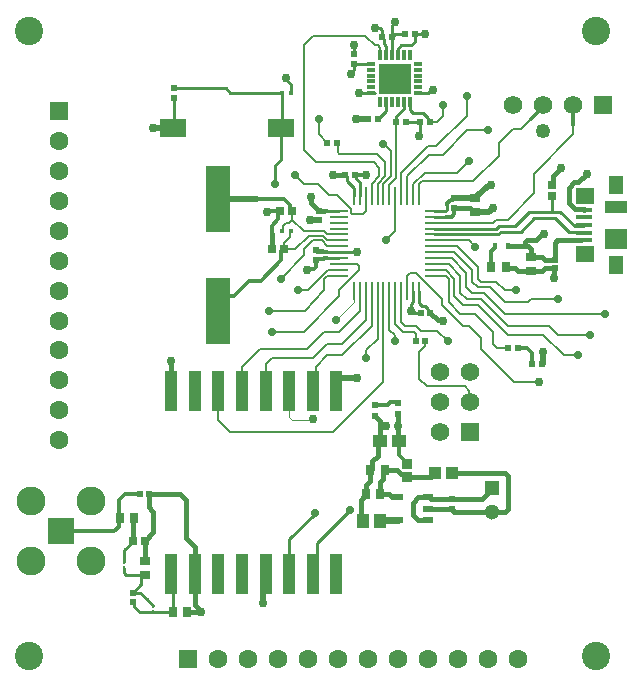
<source format=gtl>
%FSTAX23Y23*%
%MOIN*%
%SFA1B1*%

%IPPOS*%
%AMD51*
4,1,8,0.015700,-0.008900,0.015700,0.008900,0.013800,0.010800,-0.013800,0.010800,-0.015700,0.008900,-0.015700,-0.008900,-0.013800,-0.010800,0.013800,-0.010800,0.015700,-0.008900,0.0*
1,1,0.003898,0.013800,-0.008900*
1,1,0.003898,0.013800,0.008900*
1,1,0.003898,-0.013800,0.008900*
1,1,0.003898,-0.013800,-0.008900*
%
%ADD11C,0.009843*%
%ADD12C,0.023622*%
%ADD13C,0.007874*%
%ADD18C,0.006000*%
%ADD19R,0.039370X0.137795*%
%ADD20R,0.020472X0.020472*%
%ADD21R,0.031496X0.013780*%
%ADD22R,0.013780X0.033465*%
%ADD23R,0.106299X0.102362*%
%ADD24O,0.061024X0.009843*%
%ADD25O,0.009843X0.061024*%
%ADD26R,0.020472X0.020472*%
%ADD27R,0.022539X0.024224*%
%ADD28R,0.082677X0.220472*%
%ADD29R,0.054331X0.017716*%
%ADD30R,0.061024X0.056102*%
%ADD31R,0.074803X0.039370*%
%ADD32R,0.074803X0.070866*%
%ADD33R,0.051181X0.064960*%
%ADD34R,0.035433X0.029527*%
%ADD35R,0.023622X0.018504*%
%ADD36R,0.029527X0.035433*%
%ADD37R,0.021654X0.021654*%
%ADD38R,0.019685X0.023622*%
%ADD39R,0.023622X0.021654*%
%ADD40R,0.029134X0.031496*%
%ADD41R,0.086614X0.062992*%
%ADD42R,0.085827X0.062992*%
%ADD43R,0.017716X0.017716*%
%ADD44R,0.018433X0.018602*%
%ADD45R,0.014665X0.022539*%
%ADD46R,0.025591X0.027559*%
%ADD47R,0.009843X0.011811*%
%ADD48R,0.018602X0.020287*%
%ADD49R,0.039610X0.051504*%
%ADD50R,0.018504X0.023622*%
G04~CAMADD=51~8~0.0~0.0~216.5~315.0~19.5~0.0~15~0.0~0.0~0.0~0.0~0~0.0~0.0~0.0~0.0~0~0.0~0.0~0.0~270.0~314.0~216.0*
%ADD51D51*%
%ADD52R,0.031496X0.037401*%
%ADD53R,0.031972X0.033783*%
%ADD54R,0.023622X0.019685*%
%ADD55R,0.021654X0.021654*%
%ADD56R,0.047575X0.039846*%
%ADD57R,0.039370X0.043307*%
%ADD74R,0.051181X0.051181*%
%ADD75C,0.051181*%
%ADD77C,0.061811*%
%ADD78R,0.061811X0.061811*%
%ADD79R,0.061811X0.061811*%
%ADD80C,0.049212*%
%ADD81R,0.090551X0.090551*%
%ADD82C,0.096457*%
%ADD86C,0.011811*%
%ADD87C,0.015748*%
%ADD88C,0.011161*%
%ADD89C,0.019685*%
%ADD90C,0.013575*%
%ADD91C,0.003937*%
%ADD92C,0.017716*%
%ADD93C,0.094488*%
%ADD94C,0.062992*%
%ADD95R,0.062992X0.062992*%
%ADD96R,0.062992X0.062992*%
%ADD97C,0.027559*%
%ADD98C,0.030000*%
%ADD99C,0.019685*%
%LNunrelo_end_node_pcb-1*%
%LPD*%
G54D11*
X-00015Y-00664D02*
X00094Y-00555D01*
X00095*
X-00015Y-00753D02*
Y-00664D01*
X00108Y00964D02*
Y00994D01*
X00327Y00693D02*
Y00737D01*
X00326Y00692D02*
X00327Y00693D01*
Y00737D02*
X00327Y00738D01*
X00282D02*
X00327D01*
X00109Y00912D02*
Y00932D01*
X00098Y00901D02*
X00109Y00912D01*
X00098Y00897D02*
Y00901D01*
X00108Y00933D02*
X00109Y00932D01*
X00299Y0011D02*
X00303D01*
X00311Y00102D02*
X0033D01*
X00303Y0011D02*
X00311Y00102D01*
X00299Y0011D02*
Y00133D01*
X00305Y00139*
Y00176*
X00353Y00834D02*
X00365Y00846D01*
X0037*
X00322Y00834D02*
X00353D01*
X00125Y00834D02*
X00125Y00834D01*
X00165Y00834D02*
D01*
X00122D02*
X00122Y00834D01*
X00125*
X00165Y00834D02*
X00177D01*
X00125Y00834D02*
X00165D01*
X00165Y00834*
X00356Y00107D02*
X00362Y00102D01*
X00324Y00135D02*
Y00176D01*
Y00135D02*
X00334Y00125D01*
X00345*
X00356Y00107D02*
Y00114D01*
X00345Y00125D02*
X00356Y00114D01*
X-00118Y0088D02*
Y00885D01*
X-00102Y00836D02*
Y00864D01*
X-00118Y0088D02*
X-00102Y00864D01*
X00311Y01033D02*
X00344D01*
X00179Y01051D02*
X00196D01*
X00177Y01053D02*
X00179Y01051D01*
X00196D02*
X00202Y01045D01*
X00084Y00542D02*
Y00557D01*
X0011Y00562D02*
X00115Y00557D01*
X00078Y00562D02*
X00084Y00557D01*
X00108Y00493D02*
Y00518D01*
X00084Y00542D02*
X00108Y00518D01*
X00115Y00549D02*
Y00557D01*
Y00549D02*
X00127Y00537D01*
Y00493D02*
Y00537D01*
X00058Y00305D02*
X00118D01*
X00019D02*
X00058D01*
X00108Y00933D02*
X00165D01*
X-00029Y-00767D02*
X-00015Y-00753D01*
X-00023Y-00567D02*
Y-00566D01*
X-00108Y-00652D02*
X-00023Y-00567D01*
X-00108Y-00767D02*
Y-00652D01*
X0057Y-00561D02*
D01*
X-00157Y00531D02*
Y00591D01*
X-00134Y00615*
X00019Y00285D02*
D01*
X00058*
X00293Y00779D02*
Y00806D01*
Y00779D02*
X00305Y00767D01*
X00338*
X00354Y00744D02*
X0036Y00738D01*
X00361*
X00338Y00767D02*
X00354Y00752D01*
Y00744D02*
Y00752D01*
X00299Y00994D02*
X00311Y01005D01*
Y01033*
X00264Y00994D02*
X00299D01*
X00019Y00442D02*
D01*
X00058*
X00202Y01021D02*
X00208Y01016D01*
X-00492Y00728D02*
Y0082D01*
X-00134Y00615D02*
Y00718D01*
X-00133Y00718*
Y00836*
X00187Y00748D02*
X00214Y00775D01*
X-00492Y00852D02*
X-0032D01*
X-00305Y00836*
X-00133*
X00202Y01021D02*
Y01045D01*
X00234Y01021D02*
Y01061D01*
X00246Y01072*
X00214Y00775D02*
Y00806D01*
X00273Y00784D02*
D01*
X00249Y00758D02*
X00273Y00783D01*
X00249Y00738D02*
Y00758D01*
X00273Y00783D02*
Y00784D01*
Y00806D01*
X00414Y00442D02*
X00419Y00448D01*
X00375Y00423D02*
X00413D01*
X00375Y00442D02*
X00414D01*
X00419Y00448D02*
Y00461D01*
X00418Y00462D02*
X00419Y00461D01*
X-00659Y-00765D02*
Y-00749D01*
Y-00727D02*
Y-00689D01*
Y-00765D02*
X-00652Y-00771D01*
X-00659Y-00689D02*
X-0063Y-0066D01*
X-00652Y-00771D02*
X-0059D01*
X00246Y01033D02*
X00279D01*
X00234Y01021D02*
X00246Y01033D01*
X00253Y00961D02*
Y00983D01*
X00234Y00961D02*
D01*
Y01021D01*
X00253Y00983D02*
X00264Y00994D01*
X00214Y00961D02*
Y00993D01*
X00208Y00999D02*
Y01016D01*
Y00999D02*
X00214Y00993D01*
G54D12*
X00197Y-00588D02*
X00254D01*
X-00444Y-01053D02*
X-00442Y-01051D01*
X-00876Y00775D02*
X-00875Y00776D01*
G54D13*
X0059Y00669D02*
X00637Y00716D01*
X0059Y00625D02*
Y00669D01*
X00637Y00716D02*
X00665D01*
X00839Y00698D02*
Y0073D01*
X00246Y00064D02*
Y00176D01*
Y00064D02*
X00271Y00039D01*
X00307D02*
X00314Y00031D01*
X00271Y00039D02*
X00307D01*
X00314Y00009D02*
Y00031D01*
X00216Y00346D02*
X00246Y00375D01*
X00506Y00542D02*
X0059Y00625D01*
X00335Y00542D02*
X00506D01*
X00708Y00501D02*
Y00566D01*
X00839Y00698*
X0062Y00413D02*
X00708Y00501D01*
X0057Y00403D02*
X0058Y00413D01*
X0062*
X00246Y00375D02*
Y00493D01*
X00403Y00757D02*
Y00794D01*
X00383Y00738D02*
X00403Y00757D01*
X-00265Y-00157D02*
X-00255Y-00147D01*
X0035Y-00143D02*
X00478D01*
X00492Y-00157*
Y-00193D02*
Y-00157D01*
Y-00193D02*
X00493Y-00195D01*
X00361Y00738D02*
X00383D01*
X-00128Y00392D02*
X-00118Y00403D01*
X00019Y00344D02*
X00058D01*
X00057Y00325D02*
X00058Y00324D01*
X-00009Y00698D02*
X00019Y00669D01*
X-00009Y00698D02*
Y00748D01*
X00019Y00669D02*
Y00669D01*
X00375Y00403D02*
X0057D01*
X00665Y00716D02*
X00698Y0075D01*
X-00187Y-00157D02*
X-00177Y-00147D01*
X-00133Y00374D02*
X-00128Y00378D01*
Y00392*
X-00127Y00315D02*
Y00334D01*
Y00315D02*
X-00127Y00314D01*
X-00127Y00334D02*
X-00107Y00355D01*
X-00127Y00314D02*
X-00088D01*
X-00107Y00355D02*
Y00369D01*
X-00102Y00374*
X00324Y00493D02*
Y00531D01*
X00335Y00542*
X00305Y00493D02*
X00305Y00493D01*
X00324Y-00029D02*
X00346Y-00007D01*
X00324Y-00118D02*
X0035Y-00143D01*
X00346Y-00007D02*
Y00009D01*
X00324Y-00118D02*
Y-00029D01*
X00375Y00285D02*
X00375Y00285D01*
X-00118Y00403D02*
X-00108D01*
X-00098Y00413*
Y00442*
X-00098Y00442*
X-00088Y00314D02*
X-00043Y0036D01*
X00009Y00374D02*
X00019Y00364D01*
X-00059Y00374D02*
X00009D01*
X00003Y0036D02*
X00019Y00344D01*
X-00098Y00413D02*
X-00059Y00374D01*
X-00043Y0036D02*
X00003D01*
X00019Y00364D02*
X00058D01*
G54D18*
X00204Y00665D02*
X00208D01*
X00232Y00641*
Y00559D02*
Y00641D01*
X-00029Y01025D02*
X00146D01*
X00177Y00994*
X-00059Y00996D02*
X-00029Y01025D01*
X00192Y00559D02*
Y00586D01*
X00167Y00533D02*
X00192Y00559D01*
X00167Y00493D02*
Y00533D01*
X00187Y00493D02*
Y00533D01*
X00212Y00559*
Y00606*
X00472Y00059D02*
X00492D01*
X00401Y00129D02*
X00472Y00059D01*
X00401Y00129D02*
Y00149D01*
X00492Y00059D02*
X00531Y00019D01*
X00314Y00236D02*
X00401Y00149D01*
X00423Y00137D02*
X00462Y00098D01*
X00423Y00137D02*
Y00216D01*
X00462Y00098D02*
X00511D01*
X00265Y00072D02*
X00279Y00059D01*
X00265Y00072D02*
Y00176D01*
X00358Y00629D02*
X00403D01*
X00486Y00712*
X00285Y00557D02*
X00358Y00629D01*
X00381Y00657D02*
X00484Y00759D01*
X00265Y00568D02*
X00354Y00657D01*
X00381*
X00279Y00059D02*
X00314D01*
X0033Y00043*
X00385*
X00421Y00007*
X00226Y00045D02*
X00244Y00028D01*
Y00007D02*
Y00028D01*
X00226Y00045D02*
Y00176D01*
X00285Y00226D02*
X00295Y00236D01*
X00285Y00176D02*
Y00226D01*
X00295Y00236D02*
X00314D01*
X00216Y00346D02*
D01*
X-00177Y0011D02*
X-00057D01*
X-00165Y00039D02*
X-00059D01*
X00059Y00157*
X00484Y00759D02*
Y00826D01*
X00052Y00496D02*
X00099Y00449D01*
X00023Y00496D02*
X00052D01*
X-00011Y00531D02*
X00023Y00496D01*
X00099Y00436D02*
Y00449D01*
X-00059Y00531D02*
X-00011D01*
X00102Y00433D02*
X00137D01*
X00099Y00436D02*
X00102Y00433D01*
X-0009Y00562D02*
X-00059Y00531D01*
X00486Y00712D02*
X00555D01*
X00265Y00493D02*
Y00568D01*
X00285Y00493D02*
Y00557D01*
X-00019Y00606D02*
X00173D01*
X-00059Y00645D02*
X-00019Y00606D01*
X00173D02*
X00192Y00586D01*
X00185Y00633D02*
X00212Y00606D01*
X00055Y00637D02*
Y00665D01*
X00058Y00633D02*
X00185D01*
X00055Y00637D02*
X00058Y00633D01*
X00206Y00533D02*
X00232Y00559D01*
X00206Y00493D02*
Y00533D01*
X00249Y00552D02*
Y00738D01*
X00226Y00529D02*
X00249Y00552D01*
X00226Y00493D02*
Y00529D01*
X-00059Y00645D02*
Y00996D01*
X-00307Y-00295D02*
X00039D01*
X00206Y-00127D02*
Y00176D01*
X00039Y-00295D02*
X00206Y-00127D01*
X-00346Y-00255D02*
X-00307Y-00295D01*
X-00346Y-00255D02*
Y-00159D01*
X00149Y-00047D02*
Y-00022D01*
X00187Y00014*
Y00176*
X00641Y-00129D02*
X00724D01*
X00531Y-00019D02*
X00641Y-00129D01*
X-00057Y0011D02*
X00009Y00177D01*
X-00346Y-00159D02*
X-00344Y-00157D01*
X00531Y-00019D02*
Y00019D01*
X0061Y00098D02*
X00944D01*
X-00078Y00177D02*
X-00047D01*
X00021Y00246*
X00009Y00177D02*
Y00216D01*
X-00137D02*
X-00059Y00295D01*
Y00314*
X00009Y00039D02*
X00059D01*
X-00049Y-00019D02*
X00009Y00039D01*
X00059D02*
X00127Y00108D01*
X-00019Y-00147D02*
Y-00078D01*
X00019Y-00039D02*
X00068D01*
X-00019Y-00078D02*
X00019Y-00039D01*
X00167Y00059D02*
Y00176D01*
X00068Y-00039D02*
X00167Y00059D01*
X00738Y00029D02*
X00807Y-00039D01*
X00787Y00029D02*
X00895D01*
X00807Y-00039D02*
X00856D01*
X-00187Y-00147D02*
Y-00068D01*
X-00265Y-00157D02*
Y-00078D01*
X0062Y00029D02*
X00738D01*
X0057Y0D02*
Y00039D01*
Y0D02*
X00585Y-00014D01*
X00621*
X00687Y00137D02*
X00697Y00147D01*
X0061Y00177D02*
X00649D01*
X00541Y00167D02*
X0061Y00098D01*
X00442Y00157D02*
X00472Y00127D01*
X00462Y00169D02*
X00484Y00147D01*
X0061Y00137D02*
X00687D01*
X00531Y00147D02*
X0057Y00108D01*
X00501Y00167D02*
X00541D01*
X0057Y00108D02*
X0062Y00059D01*
X00484Y00147D02*
X00531D01*
X00521Y00127D02*
X0062Y00029D01*
X00472Y00127D02*
X00521D01*
X00511Y00098D02*
X0057Y00039D01*
X00051Y00669D02*
X00055Y00665D01*
X00375Y00324D02*
X00452D01*
X00375Y00344D02*
X00491D01*
X00344Y0057D02*
X00452D01*
X00492Y0061*
X00452Y00324D02*
X00521Y00255D01*
X00491Y00344D02*
X00511Y00323D01*
X00126Y00244D02*
Y00257D01*
X00019Y00226D02*
X00058D01*
Y00265D02*
X00118D01*
X00126Y00257*
X00021Y00246D02*
X00058D01*
X00194Y00961D02*
Y00986D01*
X00177Y00994D02*
X00187D01*
X00194Y00986*
X-00059Y00314D02*
X-00029Y00344D01*
X00019Y00324D02*
X00058D01*
X0Y00344D02*
X00019Y00324D01*
X-00029Y00344D02*
X0D01*
X00305Y00493D02*
Y00531D01*
X00344Y0057*
X00137Y00433D02*
X00147Y00442D01*
Y00493*
X00442Y00157D02*
Y00216D01*
X00375Y00246D02*
X00413D01*
X00375Y00285D02*
X00433D01*
X00375Y00305D02*
X00442D01*
X00413Y00246D02*
X00442Y00216D01*
X00375Y00226D02*
X00413D01*
X00423Y00216*
X00376Y00264D02*
X00424D01*
X00462Y00226*
X00521Y00216D02*
Y00255D01*
X00482Y00187D02*
X00501Y00167D01*
Y00206D02*
X00521Y00187D01*
Y00216D02*
X00531Y00206D01*
X00442Y00305D02*
X00501Y00246D01*
Y00206D02*
Y00246D01*
X00433Y00285D02*
X00482Y00236D01*
Y00187D02*
Y00236D01*
X00462Y00169D02*
Y00226D01*
X0062Y00059D02*
X00757D01*
X00697Y00147D02*
X00787D01*
X00757Y00059D02*
X00787Y00029D01*
X00561Y00187D02*
X0061Y00137D01*
X00531Y00206D02*
X0058D01*
X00521Y00187D02*
X00561D01*
X0058Y00206D02*
X0061Y00177D01*
X00009Y00216D02*
X00019Y00226D01*
X00127Y00108D02*
Y00127D01*
X00068Y0D02*
X00147Y00078D01*
Y00176*
X00127Y00127D02*
Y00176D01*
X00059Y00177D02*
X00126Y00244D01*
X00059Y00157D02*
Y00177D01*
X-00265Y-00078D02*
X-00206Y-00019D01*
X-00187Y-00068D02*
X-00167Y-00049D01*
X-00029*
X-00206Y-00019D02*
X-00049D01*
X00019Y0D02*
X00068D01*
X-00029Y-00049D02*
X00019Y0D01*
G54D19*
X00049Y-00157D03*
X-00029D03*
X-00108D03*
X-00187D03*
X-00265D03*
X-00344D03*
X-00423D03*
X-00501D03*
Y-00767D03*
X-00423D03*
X-00344D03*
X-00265D03*
X-00187D03*
X-00108D03*
X-00029D03*
X00049D03*
G54D20*
X0033Y00102D03*
X00362D03*
X00078Y00562D03*
X0011D03*
X00279Y01033D03*
X00311D03*
X00202Y01021D03*
X00234D03*
X00155Y00748D03*
X00187D03*
G54D21*
X00322Y00834D03*
Y00854D03*
Y00874D03*
Y00893D03*
Y00913D03*
Y00933D03*
X00165Y00834D03*
Y00854D03*
Y00874D03*
Y00893D03*
Y00913D03*
Y00933D03*
G54D22*
X00293Y00961D03*
X00273D03*
X00253D03*
X00234D03*
X00214D03*
X00194D03*
X00293Y00806D03*
X00273D03*
X00253D03*
X00234D03*
X00214D03*
X00194D03*
G54D23*
X00244Y00883D03*
G54D24*
X00058Y00442D03*
Y00423D03*
Y00403D03*
Y00383D03*
Y00364D03*
Y00344D03*
Y00324D03*
Y00305D03*
Y00285D03*
Y00265D03*
Y00246D03*
Y00226D03*
X00375D03*
Y00246D03*
Y00265D03*
Y00285D03*
Y00305D03*
Y00324D03*
Y00344D03*
Y00364D03*
Y00383D03*
Y00403D03*
Y00423D03*
Y00442D03*
G54D25*
X00108Y00176D03*
X00127D03*
X00147D03*
X00167D03*
X00187D03*
X00206D03*
X00226D03*
X00246D03*
X00265D03*
X00285D03*
X00305D03*
X00324D03*
Y00493D03*
X00305D03*
X00285D03*
X00265D03*
X00246D03*
X00226D03*
X00206D03*
X00187D03*
X00167D03*
X00147D03*
X00127D03*
X00108D03*
G54D26*
X00108Y00933D03*
Y00964D03*
X-00019Y00311D03*
Y00279D03*
X-00009Y00411D03*
Y00442D03*
X-00492Y0082D03*
Y00852D03*
X00442Y00452D03*
Y00484D03*
G54D27*
X00433Y-00551D03*
Y-00517D03*
G54D28*
X-00344Y00482D03*
Y00108D03*
G54D29*
X00875Y00446D03*
Y00421D03*
Y00395D03*
Y0037D03*
Y00344D03*
G54D30*
X00879Y00493D03*
Y00297D03*
G54D31*
X0098Y00456D03*
G54D32*
X0098Y0035D03*
G54D33*
X0098Y00528D03*
Y00262D03*
G54D34*
X00698Y00242D03*
Y00289D03*
X00511Y00438D03*
Y00486D03*
X-0059Y-00771D03*
Y-00724D03*
G54D35*
X00777Y0028D03*
Y00251D03*
G54D36*
X00149Y-00501D03*
X00196D03*
X-00496Y-00895D03*
X-00448D03*
X-00673Y-0058D03*
X-00625D03*
X00614Y00255D03*
X00566D03*
G54D37*
X007Y-00068D03*
X00736D03*
G54D38*
X00621Y-00014D03*
X00656D03*
G54D39*
X00361Y00738D03*
X00327D03*
X00249D03*
X00282D03*
G54D40*
X-00098Y00442D03*
X-00138D03*
X-0063Y-00659D03*
X-0059D03*
X-00127Y00314D03*
X-00167D03*
G54D41*
X-00134Y00718D03*
G54D42*
X-00495Y00718D03*
G54D43*
X-00133Y00836D03*
X-00102D03*
X-00133Y00374D03*
X-00102D03*
G54D44*
X00019Y00669D03*
X00051D03*
X00346Y00009D03*
X00314D03*
G54D45*
X00578Y00324D03*
X00622D03*
G54D46*
X00767Y0053D03*
Y00493D03*
G54D47*
X-00659Y-00727D03*
Y-00749D03*
X-00561Y-00875D03*
Y-00896D03*
G54D48*
X-00629Y-00831D03*
Y-00861D03*
G54D49*
X00138Y-0059D03*
X00195D03*
G54D50*
X-00604Y-00501D03*
X-00576D03*
G54D51*
X00355Y-00588D03*
Y-00551D03*
Y-00513D03*
X00254D03*
Y-00588D03*
G54D52*
X00162Y-00423D03*
X00211D03*
G54D53*
X00285Y-004D03*
Y-00445D03*
G54D54*
X00177Y-00206D03*
Y-00242D03*
G54D55*
X00255Y-00198D03*
Y-00234D03*
G54D56*
X00257Y-00324D03*
X00194D03*
G54D57*
X00433Y-00433D03*
X00377D03*
G54D74*
X00568Y-00482D03*
G54D75*
X00568Y-00561D03*
G54D77*
X00393Y-00095D03*
Y-00195D03*
Y-00295D03*
X00493Y-00095D03*
Y-00195D03*
X00838Y00795D03*
X00738D03*
X00638D03*
G54D78*
X00493Y-00295D03*
G54D79*
X00938Y00795D03*
G54D80*
X00738Y0071D03*
G54D81*
X-0087Y-00625D03*
G54D82*
X-0077Y-00725D03*
X-0097D03*
X-0077Y-00525D03*
X-0097D03*
G54D86*
X0014Y-00513D02*
X00149Y-00504D01*
X00139Y-00513D02*
X0014D01*
X00132Y-00584D02*
X00138Y-0059D01*
X00739Y0079D02*
Y00799D01*
X00839Y0073D02*
Y00799D01*
X0011Y00562D02*
X00149D01*
X-00134Y00278D02*
Y00307D01*
X-00202Y0021D02*
X-00134Y00278D01*
Y00307D02*
X-00127Y00314D01*
X-00181Y0044D02*
X-0018Y00441D01*
X-00139*
X-00146Y00434D02*
X-00139Y00441D01*
X-00138Y00442*
X0022Y-00204D02*
X00228Y-00196D01*
X00173Y-00204D02*
X0022D01*
X00228Y-00196D02*
X00251D01*
X-00309Y0016D02*
X-00292D01*
X-00314Y00154D02*
X-00309Y0016D01*
X-00292D02*
X-00242Y0021D01*
X-00202*
X-00314Y00108D02*
Y00154D01*
X00009Y00285D02*
X00019D01*
X00001Y00305D02*
X00019D01*
X00008Y00283D02*
X00009Y00285D01*
X0Y00307D02*
X00001Y00305D01*
X-00015Y00283D02*
X00008D01*
X007Y-00068D02*
Y-00031D01*
X00684Y-00014D02*
X007Y-00031D01*
X00656Y-00014D02*
X00684D01*
X-00216Y00482D02*
X-00127D01*
X-00167Y00393D02*
X-00146Y00414D01*
Y00434*
X00009Y00442D02*
X00019D01*
X00442Y00433D02*
Y00452D01*
X00433Y00423D02*
X00442Y00433D01*
X00413Y00423D02*
X00433D01*
X00698Y0075D02*
X00739Y0079D01*
X00418Y00462D02*
Y00468D01*
X0043Y00479*
X00438*
X00442Y00484*
X00566Y00309D02*
X00578Y0032D01*
Y00324*
X00566Y00255D02*
Y00309D01*
X-00167Y00364D02*
Y00393D01*
X-00026Y00248D02*
X-00019Y00255D01*
X-00049Y00246D02*
X-00046Y00248D01*
X-00026*
X-00019Y00255D02*
Y00279D01*
X-00127Y00482D02*
X-00106Y00461D01*
Y00451D02*
Y00461D01*
Y00451D02*
X-00098Y00442D01*
X00285Y-004D02*
Y-00399D01*
X00257Y-00372D02*
X00285Y-00399D01*
X00257Y-00372D02*
Y-00324D01*
X00187Y-00332D02*
X00194Y-00324D01*
G54D87*
X00132Y-00584D02*
Y-00521D01*
X00141Y-00511D02*
X00142D01*
X00132Y-00521D02*
X00141Y-00511D01*
X00142D02*
X00149Y-00504D01*
Y-0047*
X00039Y00562D02*
X00078D01*
X00442Y-00561D02*
X0057D01*
X00362Y00102D02*
X00387Y00077D01*
X00328Y00104D02*
X0033Y00102D01*
X00402Y00077D02*
X00405Y00074D01*
X00387Y00077D02*
X00402D01*
X-00034Y00467D02*
Y00486D01*
X-00035Y00488D02*
X-00034Y00486D01*
Y00467D02*
X-00009Y00442D01*
X00842Y00537D02*
X00856D01*
X00885Y00566*
X00824Y00519D02*
X00842Y00537D01*
X00824Y00467D02*
Y00519D01*
Y00467D02*
X00844Y00447D01*
X00875*
X00875Y00446*
X00776Y00221D02*
Y0025D01*
X00775Y0022D02*
X00776Y00221D01*
Y0025D02*
X00777Y00251D01*
X00772Y0056D02*
X00799Y00586D01*
X00767Y0053D02*
X00772Y00535D01*
Y0056*
X00677Y00324D02*
Y00337D01*
X00686Y00346*
X00716*
X00736Y00366*
X00677Y00324D02*
X00688D01*
X00622D02*
X00677D01*
X00736Y00366D02*
X0074D01*
X00433Y-00517D02*
X00533D01*
X00568Y-00482*
X-00501Y-00059D02*
D01*
Y-00157D02*
Y-00059D01*
X00786Y00344D02*
X00866D01*
X00777Y00335D02*
X00786Y00344D01*
X00698Y00289D02*
Y00314D01*
Y00242D02*
X00734D01*
X00698Y00289D02*
X00734D01*
Y00242D02*
X00743Y00251D01*
X00734Y00289D02*
X00743Y0028D01*
Y00251D02*
X00777D01*
X00743Y0028D02*
X00777D01*
Y00335*
X00149Y-0047D02*
X00162Y-00457D01*
X-00001Y00308D02*
X0Y00307D01*
X-00448Y-00895D02*
X-00403D01*
Y-00891*
X-00423Y-00872D02*
X-00403Y-00891D01*
X-00423Y-00872D02*
Y-00767D01*
X-00009Y00442D02*
X00009D01*
X00495Y00452D02*
X00508Y00438D01*
X00939Y00799D02*
X00944D01*
X00442Y00452D02*
X00495D01*
X00508Y00438D02*
X00511D01*
X00688Y00324D02*
X00698Y00314D01*
X-0063Y-0066D02*
Y-00659D01*
X-00448Y-00895D02*
Y-00892D01*
X-0063Y-00659D02*
X-00628Y-00657D01*
Y-00582*
X-00625Y-0058*
X-0059Y-00724D02*
X-0059Y-00724D01*
Y-00659*
X-0059Y-00659*
Y-00658*
X-00561Y-00629*
Y-00561*
X-00452Y-00649D02*
Y-00521D01*
Y-00649D02*
X-00423Y-00679D01*
Y-00767D02*
Y-00679D01*
X-00576Y-00545D02*
Y-00501D01*
Y-00545D02*
X-00561Y-00561D01*
X-00576Y-00501D02*
X-00471D01*
X-00452Y-00521*
X-00167Y00314D02*
X-00167Y00315D01*
Y00364*
X-00019Y00311D02*
X-00017Y00308D01*
X-00001*
X00614Y00255D02*
X00617Y00252D01*
X00643D02*
X00653Y00242D01*
X00698*
X00617Y00252D02*
X00643D01*
X00235Y-0051D02*
X00251D01*
X00254Y-00513*
X00305Y-0057D02*
Y-00531D01*
X00322Y-00513*
X00305Y-0057D02*
X00322Y-00588D01*
X00162Y-00457D02*
Y-00423D01*
X00196Y-00504D02*
Y-00462D01*
X00195Y-0059D02*
X00197Y-00588D01*
X00196Y-00462D02*
X00205Y-00453D01*
Y-00429*
X00211Y-00423*
X00196Y-00501D02*
X00226D01*
X00235Y-0051*
X00211Y-00423D02*
X0025D01*
X00264Y-00436*
X00277*
X00285Y-00445*
Y-00445D02*
Y-00445D01*
Y-00445D02*
X00366D01*
X00322Y-00513D02*
X00355D01*
X00322Y-00588D02*
X00355D01*
Y-00513D02*
X0036D01*
X00363Y-00517*
X00366Y-00445D02*
X00377Y-00434D01*
Y-00433*
X00355Y-00551D02*
X00433D01*
X00363Y-00517D02*
X00433D01*
Y-00552D02*
Y-00551D01*
Y-00552D02*
X00442Y-00561D01*
X00568D02*
X0057D01*
X0061*
X0062Y-00551*
X0061Y-00433D02*
X0062Y-00442D01*
X00433Y-00433D02*
X0061D01*
X0062Y-00551D02*
Y-00442D01*
X00162Y-00423D02*
X00168Y-00417D01*
Y-00392*
X00187Y-00374*
Y-00332*
G54D88*
X-00626Y-00877D02*
Y-00865D01*
X-00607Y-00896D02*
X-00561D01*
X-00629Y-00861D02*
X-00626Y-00865D01*
Y-00877D02*
X-00607Y-00896D01*
X00823Y00373D02*
X00862D01*
X00779Y00417D02*
X00823Y00373D01*
X00872Y00392D02*
X00875Y00395D01*
X00862Y00373D02*
X00866Y0037D01*
X00767Y0044D02*
X00795D01*
X00707Y00417D02*
X00779D01*
X00795Y0044D02*
X00844Y00392D01*
X00872*
X00692Y0044D02*
X00767D01*
Y00493*
X00663Y00373D02*
X00707Y00417D01*
X00645Y00393D02*
X00692Y0044D01*
X00597Y00373D02*
X00663D01*
X0059Y00393D02*
X00645D01*
X0058Y00383D02*
X0059Y00393D01*
X00375Y00383D02*
X00375Y00383D01*
X00375Y00364D02*
X00375Y00364D01*
Y00383D02*
X0058D01*
X00375Y00364D02*
X00588D01*
X00597Y00373*
X-00629Y-00831D02*
Y-0083D01*
Y-00831D02*
X-00604D01*
X-00629Y-0083D02*
X-00602Y-00803D01*
X-00604Y-00831D02*
X-00583Y-00852D01*
Y-00853D02*
Y-00852D01*
Y-00853D02*
X-00561Y-00875D01*
X-00561*
Y-00896D02*
X-0056D01*
X-00559Y-00895*
X-00496*
Y-00773*
X-00602Y-00803D02*
Y-0078D01*
X-00593Y-00771*
X-00501Y-00767D02*
X-00496Y-00773D01*
G54D89*
X00511Y00486D02*
X00516Y00491D01*
X0051Y00484D02*
X00511Y00486D01*
X00516Y00491D02*
X00519D01*
X00554Y00525D02*
X00564D01*
X00519Y00491D02*
X00554Y00525D01*
X00564D02*
X00566Y00527D01*
X00511Y00438D02*
X00557D01*
X0057Y00452*
X00114Y00748D02*
X00155D01*
X-00344Y-01053D02*
X-00343Y-01052D01*
X-00876Y00377D02*
X-00875Y00376D01*
X-00876Y00575D02*
X-00875Y00576D01*
X00049Y-00124D02*
X00059Y-00114D01*
X00049Y-00157D02*
Y-00124D01*
X00059Y-00114D02*
X00118D01*
X00737Y-00067D02*
Y-0003D01*
X00738Y-00029*
X00493Y-00295D02*
D01*
X00736Y-00068D02*
X00737Y-00067D01*
X-00194Y-00775D02*
X-00187Y-00767D01*
X-00196Y-00866D02*
X-00194Y-00864D01*
Y-00775*
X00493Y-00095D02*
X00505D01*
X-00344Y00482D02*
X-00216D01*
X00443Y00484D02*
X0051D01*
X-00561Y00718D02*
X-00495D01*
X-0001Y00411D02*
X-00009Y00411D01*
X-00039Y00413D02*
X-00037Y00411D01*
X-0001*
G54D90*
X-00607Y-00501D02*
X-00604Y-00504D01*
X-00655Y-00501D02*
X-00607D01*
X-0087Y-00625D02*
X-00692D01*
X-00677Y-0061D02*
Y-00584D01*
X-00673Y-0058*
X-00692Y-00625D02*
X-00677Y-0061D01*
X-00677Y-00576D02*
Y-00523D01*
Y-00576D02*
X-00673Y-0058D01*
X-00677Y-00523D02*
X-00655Y-00501D01*
G54D91*
X-00031Y-00255D02*
X-00029Y-00253D01*
X-00098Y-00255D02*
X-00031D01*
X00049Y00078D02*
X00108Y00137D01*
Y00176*
X-00108Y-00246D02*
X-00098Y-00255D01*
X-00108Y-00246D02*
Y-00157D01*
X-00029D02*
X-00019Y-00147D01*
X00265Y00493D02*
D01*
X00375Y00265D02*
X00376Y00264D01*
X0057Y00108D02*
D01*
G54D92*
X00196Y-00275D02*
X00213D01*
X00195Y-00323D02*
Y-00276D01*
X00196Y-00275*
X00179Y-00242D02*
X00194Y-00257D01*
Y-00273D02*
X00196Y-00275D01*
X00194Y-00273D02*
Y-00257D01*
X00255Y-00275D02*
Y-00234D01*
X00177Y-00242D02*
X00179D01*
X00255Y-00275D02*
D01*
X00256Y-00276*
Y-00323D02*
Y-00276D01*
Y-00323D02*
X00257Y-00324D01*
X00194D02*
X00195Y-00323D01*
G54D93*
X00915Y01043D03*
Y-01043D03*
X-00974D03*
Y01043D03*
G54D94*
X00355Y-01053D03*
X00055D03*
X-00144D03*
X-00344D03*
X-00244D03*
X-00044D03*
X00155D03*
X00255D03*
X00455D03*
X00555D03*
X00655D03*
X-00875Y-00023D03*
Y00276D03*
Y00476D03*
Y00676D03*
Y00576D03*
Y00376D03*
Y00176D03*
Y00076D03*
Y-00123D03*
Y-00223D03*
Y-00323D03*
G54D95*
X-00444Y-01053D03*
G54D96*
X-00875Y00776D03*
G54D97*
X00095Y-00555D03*
X00204Y00665D03*
X00244Y00007D03*
X00216Y00346D03*
X-00177Y0011D03*
X-00165Y00039D03*
X00484Y00826D03*
X00555Y00712D03*
X00421Y00007D03*
X00149Y-00047D03*
X-00023Y-00566D03*
X00403Y00794D03*
X-0009Y00562D03*
X-00157Y00531D03*
X00856Y-00039D03*
X00944Y00098D03*
X-00078Y00177D03*
X-00137Y00216D03*
X00049Y00078D03*
X-00009Y00748D03*
X00787Y00147D03*
X00649Y00177D03*
X00895Y00029D03*
X00492Y0061D03*
X00511Y00323D03*
G54D98*
X00108Y00994D03*
X00149Y00562D03*
X00326Y00692D03*
X00098Y00897D03*
X-00181Y0044D03*
X00039Y00562D03*
X00405Y00074D03*
X00299Y0011D03*
X0037Y00846D03*
X00125Y00834D03*
X-00035Y00488D03*
X00566Y00527D03*
X0057Y00452D03*
X-00118Y00885D03*
X00344Y01033D03*
X00177Y01053D03*
X00114Y00748D03*
X00885Y00566D03*
X00775Y0022D03*
X00799Y00586D03*
X0074Y00366D03*
X00118Y-00114D03*
X00724Y-00129D03*
X00738Y-00029D03*
X-00029Y-00253D03*
X-00501Y-00059D03*
X00213Y-00275D03*
X-00196Y-00866D03*
X00255Y-00275D03*
X-00403Y-00895D03*
X00246Y01072D03*
X-00039Y00413D03*
X-00561Y00718D03*
X00118Y00305D03*
X-00049Y00246D03*
G54D99*
X00265Y00905D03*
X00222D03*
Y00862D03*
X00265D03*
M02*
</source>
